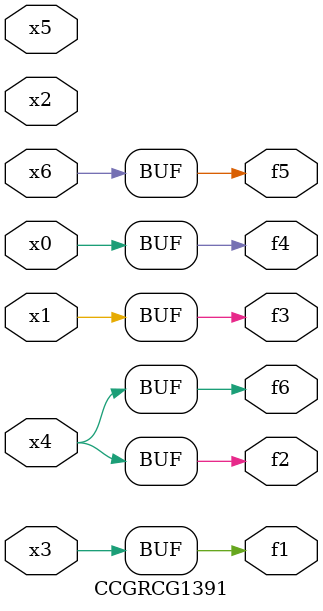
<source format=v>
module CCGRCG1391(
	input x0, x1, x2, x3, x4, x5, x6,
	output f1, f2, f3, f4, f5, f6
);
	assign f1 = x3;
	assign f2 = x4;
	assign f3 = x1;
	assign f4 = x0;
	assign f5 = x6;
	assign f6 = x4;
endmodule

</source>
